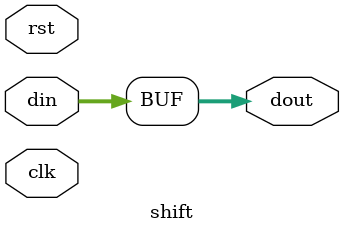
<source format=v>
`timescale 1ns / 1ps

module DFF #(
        parameter data_width = 12
)(
        input clk,rst,
        input [data_width-1:0] d,
        output reg [data_width-1:0] q
);

always@(posedge clk)
begin
        if(rst)
        q <= 0;
        else
        q <= d;
end
endmodule


module shift#(
        parameter SHIFT = 0,
        parameter data_width=12
)(
        input         clk,
        input         rst,
    input  [data_width-1:0] din,
    output [data_width-1:0] dout
);

generate
    if (SHIFT == 0) begin : gen_passthrough
        assign dout = din;
    end else begin : gen_delay
        reg [data_width-1:0] shift_array [SHIFT-1:0];

        always @(posedge clk)begin
            if(rst)
                shift_array[0] <= 0;
            else
                shift_array[0] <= din;
        end

        genvar shft;

        for(shft=0; shft < SHIFT-1; shft=shft+1) begin: DELAY_BLOCK
            always @(posedge clk ) begin
                if(rst)
                    shift_array[shft+1] <= 0;
                else
                    shift_array[shft+1] <= shift_array[shft];
            end
        end

        assign dout = shift_array[SHIFT-1];
    end
endgenerate
endmodule

</source>
